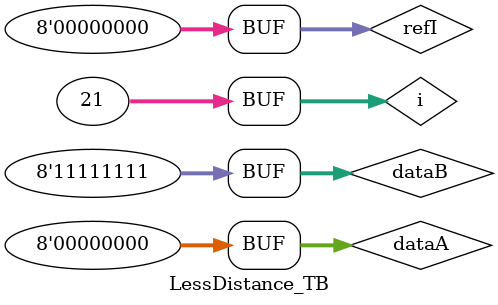
<source format=v>
`timescale 1ns/1ns
module LessDistance_TB();
	reg [7:0]dataA = 8'd0;
	reg [7:0]dataB = 8'd255;
	reg [7:0]refI = 8'd0;
	wire [7:0]lessDistance;

	LessDistance ld(dataA, dataB, refI, lessDistance);
	
	integer i;
	initial begin
	#1000;
	for(i=0; i<=20; i=i+1) begin
		#1000 dataA = $urandom%255;
		#1000 dataB = $urandom%255;
		#1000 refI = $urandom%255;
	end
	#1000;
	end
endmodule
		
	

</source>
